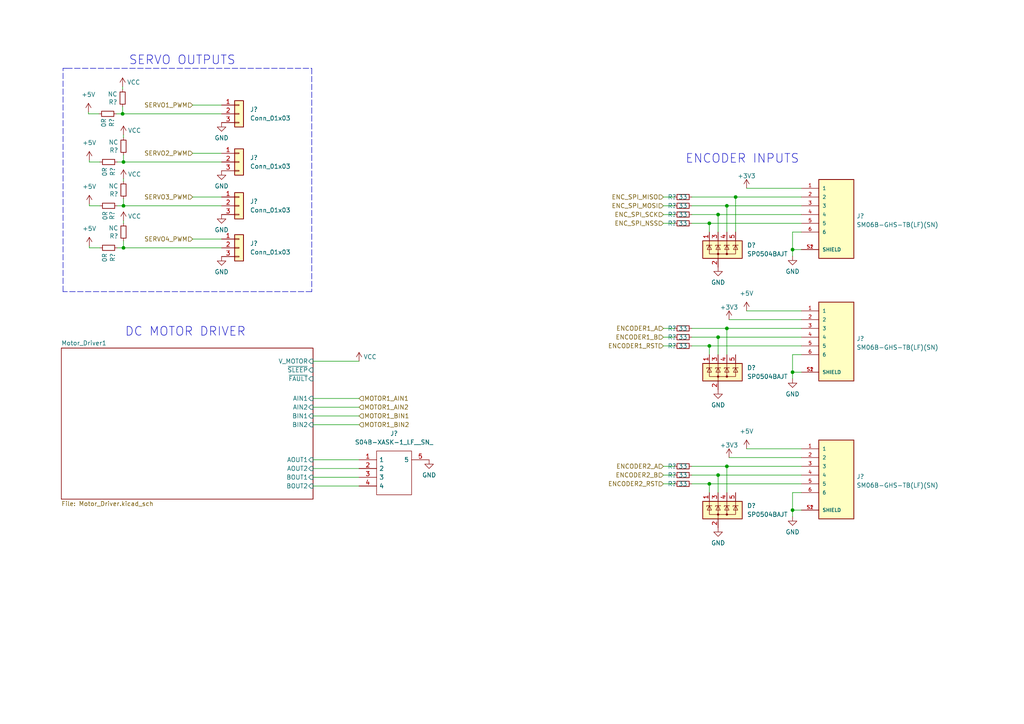
<source format=kicad_sch>
(kicad_sch (version 20211123) (generator eeschema)
  (paper "A4")
  (lib_symbols
    (symbol "Connector_Generic:Conn_01x03" (pin_names (offset 1.016) hide)
      (property "Reference" "J" (at 0 5.08 0))
      (property "Value" "Conn_01x03" (at 0 -5.08 0))
      (symbol "Conn_01x03_1_1"
        (rectangle (start -1.27 -2.413) (end 0 -2.667) (stroke (width 0.1524)))
        (rectangle (start -1.27 0.127) (end 0 -0.127) (stroke (width 0.1524)))
        (rectangle (start -1.27 2.667) (end 0 2.413) (stroke (width 0.1524)))
        (rectangle (start -1.27 3.81) (end 1.27 -3.81) (stroke (width 0.254)) (fill (type background)))
        (pin passive line (at -5.08 2.54 0) (length 3.81) (name "Pin_1") (number "1"))
        (pin passive line (at -5.08 0 0) (length 3.81) (name "Pin_2") (number "2"))
        (pin passive line (at -5.08 -2.54 0) (length 3.81) (name "Pin_3") (number "3"))
      )
    )
    (symbol "Device:R_Small" (pin_numbers hide) (pin_names (offset 0.254) hide)
      (property "Reference" "R" (at 0.762 0.508 0))
      (property "Value" "R_Small" (at 0.762 -1.016 0))
      (symbol "R_Small_0_1"
        (rectangle (start -0.762 1.778) (end 0.762 -1.778) (stroke (width 0.2032)))
      )
      (symbol "R_Small_1_1"
        (pin passive line (at 0 2.54 270) (length 0.762) (name "~") (number "1"))
        (pin passive line (at 0 -2.54 90) (length 0.762) (name "~") (number "2"))
      )
    )
    (symbol "Power_Protection:SP0504BAJT" (pin_names hide)
      (property "Reference" "D" (at 7.62 2.54 0))
      (property "Value" "SP0504BAJT" (at 7.62 0.635 0))
      (symbol "SP0504BAJT_0_0"
        (pin passive line (at 0 -5.08 90) (length 2.54) (name "A") (number "2"))
      )
      (symbol "SP0504BAJT_0_1"
        (rectangle (start -4.445 2.54) (end 6.985 -2.54) (stroke (width 0.254)) (fill (type background)))
        (circle (center 0 -1.27) (radius 0.254) (fill (type outline)))
        (polyline (pts (xy -2.54 2.54) (xy -2.54 1.27)))
        (polyline (pts (xy 0 -1.27) (xy 0 -2.54)))
        (polyline (pts (xy 0 -1.27) (xy 0 1.27)))
        (polyline (pts (xy 0 2.54) (xy 0 1.27)))
        (polyline (pts (xy 0.635 1.27) (xy 0.762 1.27)))
        (polyline (pts (xy 2.54 2.54) (xy 2.54 1.27)))
        (polyline (pts (xy 5.08 2.54) (xy 5.08 1.27)))
        (polyline (pts (xy 0.635 1.27) (xy -0.762 1.27) (xy -0.762 1.016)))
        (polyline (pts (xy 5.08 1.27) (xy 5.08 -1.27) (xy 2.54 -1.27)))
        (polyline (pts (xy -3.302 1.016) (xy -3.302 1.27) (xy -1.905 1.27) (xy -1.778 1.27)))
        (polyline (pts (xy -2.54 1.27) (xy -2.54 -1.27) (xy 2.54 -1.27) (xy 2.54 1.27)))
        (polyline (pts (xy -2.54 1.27) (xy -1.905 0) (xy -3.175 0) (xy -2.54 1.27)))
        (polyline (pts (xy 0.635 0) (xy -0.635 0) (xy 0 1.27) (xy 0.635 0)))
        (polyline (pts (xy 1.778 1.016) (xy 1.778 1.27) (xy 3.175 1.27) (xy 3.302 1.27)))
        (polyline (pts (xy 2.54 1.27) (xy 1.905 0) (xy 3.175 0) (xy 2.54 1.27)))
        (polyline (pts (xy 4.318 1.016) (xy 4.318 1.27) (xy 5.715 1.27) (xy 5.842 1.27)))
        (polyline (pts (xy 5.08 1.27) (xy 4.445 0) (xy 5.715 0) (xy 5.08 1.27)))
        (circle (center 2.54 -1.27) (radius 0.254) (fill (type outline)))
      )
      (symbol "SP0504BAJT_1_1"
        (pin passive line (at -2.54 5.08 270) (length 2.54) (name "K") (number "1"))
        (pin passive line (at 0 5.08 270) (length 2.54) (name "K") (number "3"))
        (pin passive line (at 2.54 5.08 270) (length 2.54) (name "K") (number "4"))
        (pin passive line (at 5.08 5.08 270) (length 2.54) (name "K") (number "5"))
      )
    )
    (symbol "S04B-XASK-1_LF__SN_:S04B-XASK-1_LF__SN_" (pin_names (offset 0.762))
      (property "Reference" "J" (at 16.51 7.62 0))
      (property "Value" "S04B-XASK-1_LF__SN_" (at 16.51 5.08 0))
      (symbol "S04B-XASK-1_LF__SN__0_0"
        (pin passive line (at 0 0 0) (length 5.08) (name "1") (number "1"))
        (pin passive line (at 0 -2.54 0) (length 5.08) (name "2") (number "2"))
        (pin passive line (at 0 -5.08 0) (length 5.08) (name "3") (number "3"))
        (pin passive line (at 0 -7.62 0) (length 5.08) (name "4") (number "4"))
        (pin passive line (at 20.32 0 180) (length 5.08) (name "5") (number "5"))
      )
      (symbol "S04B-XASK-1_LF__SN__0_1"
        (polyline (pts (xy 5.08 2.54) (xy 15.24 2.54) (xy 15.24 -10.16) (xy 5.08 -10.16) (xy 5.08 2.54)) (stroke (width 0.1524)))
      )
    )
    (symbol "SM06B-GHS-TB_LF__SN_:SM06B-GHS-TB(LF)(SN)" (pin_names (offset 1.016))
      (property "Reference" "J" (at -5.08 11.43 0))
      (property "Value" "SM06B-GHS-TB(LF)(SN)" (at -5.08 -15.24 0))
      (symbol "SM06B-GHS-TB(LF)(SN)_0_0"
        (rectangle (start -5.08 -12.7) (end 5.08 10.16) (stroke (width 0.254)) (fill (type background)))
        (pin passive line (at -10.16 7.62 0) (length 5.08) (name "1") (number "1"))
        (pin passive line (at -10.16 5.08 0) (length 5.08) (name "2") (number "2"))
        (pin passive line (at -10.16 2.54 0) (length 5.08) (name "3") (number "3"))
        (pin passive line (at -10.16 0 0) (length 5.08) (name "4") (number "4"))
        (pin passive line (at -10.16 -2.54 0) (length 5.08) (name "5") (number "5"))
        (pin passive line (at -10.16 -5.08 0) (length 5.08) (name "6") (number "6"))
        (pin passive line (at -10.16 -10.16 0) (length 5.08) (name "SHIELD") (number "S1"))
        (pin passive line (at -10.16 -10.16 0) (length 5.08) (name "SHIELD") (number "S2"))
      )
    )
    (symbol "power:+3.3V" (power) (pin_names (offset 0))
      (property "Value" "+3.3V" (at 0 3.556 0))
      (symbol "+3.3V_0_1"
        (polyline (pts (xy -0.762 1.27) (xy 0 2.54)))
        (polyline (pts (xy 0 0) (xy 0 2.54)))
        (polyline (pts (xy 0 2.54) (xy 0.762 1.27)))
      )
      (symbol "+3.3V_1_1"
        (pin power_in line (at 0 0 90) (length 0) hide (name "+3V3") (number "1"))
      )
    )
    (symbol "power:+5V" (power) (pin_names (offset 0))
      (property "Value" "+5V" (at 0 3.556 0))
      (symbol "+5V_0_1"
        (polyline (pts (xy -0.762 1.27) (xy 0 2.54)))
        (polyline (pts (xy 0 0) (xy 0 2.54)))
        (polyline (pts (xy 0 2.54) (xy 0.762 1.27)))
      )
      (symbol "+5V_1_1"
        (pin power_in line (at 0 0 90) (length 0) hide (name "+5V") (number "1"))
      )
    )
    (symbol "power:GND" (power) (pin_names (offset 0))
      (property "Value" "GND" (at 0 -3.81 0))
      (symbol "GND_0_1"
        (polyline (pts (xy 0 0) (xy 0 -1.27) (xy 1.27 -1.27) (xy 0 -2.54) (xy -1.27 -1.27) (xy 0 -1.27)))
      )
      (symbol "GND_1_1"
        (pin power_in line (at 0 0 270) (length 0) hide (name "GND") (number "1"))
      )
    )
    (symbol "power:VCC" (power) (pin_names (offset 0))
      (property "Value" "VCC" (at 0 3.81 0))
      (symbol "VCC_0_1"
        (polyline (pts (xy -0.762 1.27) (xy 0 2.54)))
        (polyline (pts (xy 0 0) (xy 0 2.54)))
        (polyline (pts (xy 0 2.54) (xy 0.762 1.27)))
      )
      (symbol "VCC_1_1"
        (pin power_in line (at 0 0 90) (length 0) hide (name "VCC") (number "1"))
      )
    )
  )
  (junction (at 229.87 147.955))
  (junction (at 229.87 72.39))
  (junction (at 205.74 64.77))
  (junction (at 210.82 59.69))
  (junction (at 208.28 137.795))
  (junction (at 35.814 46.99))
  (junction (at 208.28 62.23))
  (junction (at 229.87 107.95))
  (junction (at 205.74 100.33))
  (junction (at 213.36 57.15))
  (junction (at 208.28 97.79))
  (junction (at 35.56 33.02))
  (junction (at 35.814 71.882))
  (junction (at 210.82 95.25))
  (junction (at 205.74 140.335))
  (junction (at 210.82 135.255))
  (junction (at 35.814 59.69))
  (wire (pts (xy 35.814 39.116) (xy 35.814 39.878)))
  (wire (pts (xy 216.535 90.17) (xy 232.41 90.17)))
  (wire (pts (xy 192.405 64.77) (xy 195.58 64.77)))
  (wire (pts (xy 200.66 57.15) (xy 213.36 57.15)))
  (wire (pts (xy 200.66 135.255) (xy 210.82 135.255)))
  (wire (pts (xy 192.405 140.335) (xy 195.58 140.335)))
  (wire (pts (xy 210.82 59.69) (xy 232.41 59.69)))
  (wire (pts (xy 90.805 138.43) (xy 104.14 138.43)))
  (wire (pts (xy 25.654 32.512) (xy 25.654 33.02)))
  (wire (pts (xy 25.654 33.02) (xy 28.702 33.02)))
  (wire (pts (xy 211.455 132.715) (xy 232.41 132.715)))
  (wire (pts (xy 90.805 120.65) (xy 104.14 120.65)))
  (wire (pts (xy 208.28 137.795) (xy 232.41 137.795)))
  (wire (pts (xy 35.56 33.02) (xy 64.262 33.02)))
  (wire (pts (xy 205.74 140.335) (xy 232.41 140.335)))
  (wire (pts (xy 232.41 142.875) (xy 229.87 142.875)))
  (wire (pts (xy 229.87 142.875) (xy 229.87 147.955)))
  (wire (pts (xy 229.87 147.955) (xy 229.87 149.86)))
  (wire (pts (xy 90.805 115.57) (xy 104.14 115.57)))
  (wire (pts (xy 192.405 95.25) (xy 195.58 95.25)))
  (wire (pts (xy 55.88 44.45) (xy 64.262 44.45)))
  (wire (pts (xy 35.814 46.99) (xy 64.262 46.99)))
  (wire (pts (xy 25.908 71.374) (xy 25.908 71.882)))
  (wire (pts (xy 200.66 100.33) (xy 205.74 100.33)))
  (wire (pts (xy 210.82 95.25) (xy 232.41 95.25)))
  (wire (pts (xy 200.66 95.25) (xy 210.82 95.25)))
  (wire (pts (xy 210.82 95.25) (xy 210.82 102.87)))
  (wire (pts (xy 211.455 92.71) (xy 232.41 92.71)))
  (wire (pts (xy 229.87 67.31) (xy 229.87 72.39)))
  (wire (pts (xy 25.908 46.99) (xy 28.956 46.99)))
  (wire (pts (xy 208.28 97.79) (xy 208.28 102.87)))
  (wire (pts (xy 192.405 100.33) (xy 195.58 100.33)))
  (wire (pts (xy 229.87 72.39) (xy 229.87 74.295)))
  (wire (pts (xy 25.908 59.69) (xy 28.956 59.69)))
  (wire (pts (xy 33.782 33.02) (xy 35.56 33.02)))
  (wire (pts (xy 205.74 64.77) (xy 205.74 67.31)))
  (wire (pts (xy 216.535 130.175) (xy 232.41 130.175)))
  (wire (pts (xy 229.87 107.95) (xy 229.87 109.855)))
  (wire (pts (xy 55.88 30.48) (xy 64.262 30.48)))
  (wire (pts (xy 35.814 51.816) (xy 35.814 52.578)))
  (wire (pts (xy 192.405 59.69) (xy 195.58 59.69)))
  (wire (pts (xy 213.36 57.15) (xy 213.36 67.31)))
  (wire (pts (xy 200.66 64.77) (xy 205.74 64.77)))
  (wire (pts (xy 192.405 135.255) (xy 195.58 135.255)))
  (wire (pts (xy 216.535 54.61) (xy 232.41 54.61)))
  (wire (pts (xy 25.908 46.482) (xy 25.908 46.99)))
  (wire (pts (xy 210.82 59.69) (xy 210.82 67.31)))
  (wire (pts (xy 34.036 46.99) (xy 35.814 46.99)))
  (polyline (pts (xy 18.288 19.812) (xy 19.304 19.812)))
  (wire (pts (xy 192.405 137.795) (xy 195.58 137.795)))
  (wire (pts (xy 35.814 71.882) (xy 64.262 71.882)))
  (wire (pts (xy 55.88 69.342) (xy 64.262 69.342)))
  (wire (pts (xy 210.82 135.255) (xy 210.82 142.875)))
  (wire (pts (xy 35.814 57.658) (xy 35.814 59.69)))
  (wire (pts (xy 90.805 133.35) (xy 104.14 133.35)))
  (wire (pts (xy 229.87 147.955) (xy 232.41 147.955)))
  (wire (pts (xy 229.87 107.95) (xy 232.41 107.95)))
  (wire (pts (xy 90.805 140.97) (xy 104.14 140.97)))
  (wire (pts (xy 205.74 100.33) (xy 205.74 102.87)))
  (wire (pts (xy 208.28 97.79) (xy 232.41 97.79)))
  (wire (pts (xy 192.405 57.15) (xy 195.58 57.15)))
  (wire (pts (xy 34.036 59.69) (xy 35.814 59.69)))
  (wire (pts (xy 200.66 59.69) (xy 210.82 59.69)))
  (wire (pts (xy 208.28 137.795) (xy 208.28 142.875)))
  (polyline (pts (xy 18.288 84.582) (xy 18.288 19.812)))
  (polyline (pts (xy 90.424 84.582) (xy 18.288 84.582)))
  (wire (pts (xy 35.814 44.958) (xy 35.814 46.99)))
  (polyline (pts (xy 90.424 19.812) (xy 90.424 84.582)))
  (wire (pts (xy 208.28 62.23) (xy 208.28 67.31)))
  (wire (pts (xy 90.805 135.89) (xy 104.14 135.89)))
  (wire (pts (xy 200.66 140.335) (xy 205.74 140.335)))
  (wire (pts (xy 192.405 62.23) (xy 195.58 62.23)))
  (wire (pts (xy 232.41 67.31) (xy 229.87 67.31)))
  (wire (pts (xy 55.88 57.15) (xy 64.262 57.15)))
  (wire (pts (xy 192.405 97.79) (xy 195.58 97.79)))
  (wire (pts (xy 25.908 59.182) (xy 25.908 59.69)))
  (wire (pts (xy 34.036 71.882) (xy 35.814 71.882)))
  (wire (pts (xy 35.814 64.008) (xy 35.814 64.77)))
  (wire (pts (xy 35.814 59.69) (xy 64.262 59.69)))
  (wire (pts (xy 90.805 104.775) (xy 104.14 104.775)))
  (wire (pts (xy 208.28 62.23) (xy 232.41 62.23)))
  (wire (pts (xy 229.87 72.39) (xy 232.41 72.39)))
  (wire (pts (xy 213.36 57.15) (xy 232.41 57.15)))
  (wire (pts (xy 35.814 69.85) (xy 35.814 71.882)))
  (wire (pts (xy 205.74 64.77) (xy 232.41 64.77)))
  (wire (pts (xy 200.66 137.795) (xy 208.28 137.795)))
  (wire (pts (xy 35.56 25.146) (xy 35.56 25.908)))
  (wire (pts (xy 210.82 135.255) (xy 232.41 135.255)))
  (wire (pts (xy 25.908 71.882) (xy 28.956 71.882)))
  (wire (pts (xy 200.66 97.79) (xy 208.28 97.79)))
  (wire (pts (xy 205.74 100.33) (xy 232.41 100.33)))
  (wire (pts (xy 35.56 30.988) (xy 35.56 33.02)))
  (wire (pts (xy 90.805 123.19) (xy 104.14 123.19)))
  (wire (pts (xy 205.74 140.335) (xy 205.74 142.875)))
  (wire (pts (xy 229.87 102.87) (xy 229.87 107.95)))
  (wire (pts (xy 90.805 118.11) (xy 104.14 118.11)))
  (polyline (pts (xy 19.304 19.812) (xy 90.424 19.812)))
  (wire (pts (xy 232.41 102.87) (xy 229.87 102.87)))
  (wire (pts (xy 200.66 62.23) (xy 208.28 62.23)))
  (text "DC MOTOR DRIVER" (at 36.195 97.79 0) (effects (font (size 2.54 2.54)) (justify left bottom)))
  (text "ENCODER INPUTS" (at 198.755 47.625 0) (effects (font (size 2.54 2.54)) (justify left bottom)))
  (text "SERVO OUTPUTS" (at 37.338 19.05 0) (effects (font (size 2.54 2.54)) (justify left bottom)))
  (hierarchical_label "MOTOR1_AIN2" (shape input) (at 104.14 118.11 0))
  (hierarchical_label "ENC_SPI_SCK" (shape input) (at 192.405 62.23 180))
  (hierarchical_label "ENCODER2_A" (shape input) (at 192.405 135.255 180))
  (hierarchical_label "SERVO4_PWM" (shape input) (at 55.88 69.342 180))
  (hierarchical_label "MOTOR1_AIN1" (shape input) (at 104.14 115.57 0))
  (hierarchical_label "ENCODER1_A" (shape input) (at 192.405 95.25 180))
  (hierarchical_label "SERVO1_PWM" (shape input) (at 55.88 30.48 180))
  (hierarchical_label "ENC_SPI_MOSI" (shape input) (at 192.405 59.69 180))
  (hierarchical_label "ENCODER1_RST" (shape input) (at 192.405 100.33 180))
  (hierarchical_label "ENC_SPI_NSS" (shape input) (at 192.405 64.77 180))
  (hierarchical_label "ENCODER2_RST" (shape input) (at 192.405 140.335 180))
  (hierarchical_label "MOTOR1_BIN2" (shape input) (at 104.14 123.19 0))
  (hierarchical_label "ENC_SPI_MISO" (shape input) (at 192.405 57.15 180))
  (hierarchical_label "MOTOR1_BIN1" (shape input) (at 104.14 120.65 0))
  (hierarchical_label "SERVO2_PWM" (shape input) (at 55.88 44.45 180))
  (hierarchical_label "ENCODER2_B" (shape input) (at 192.405 137.795 180))
  (hierarchical_label "SERVO3_PWM" (shape input) (at 55.88 57.15 180))
  (hierarchical_label "ENCODER1_B" (shape input) (at 192.405 97.79 180))
  (symbol (lib_id "Device:R_Small") (at 31.242 33.02 270) (unit 1)
    (property "Reference" "R?" (at 32.4104 34.2646 0) (effects (justify left)))
    (property "Value" "0R" (at 30.099 34.2646 0) (effects (justify left)))
    (property "Footprint" "Resistor_SMD:R_0603_1608Metric" (effects hide))
    (property "LCSC#" "C105579" (effects hide))
  )
  (symbol (lib_id "Connector_Generic:Conn_01x03") (at 69.342 71.882 0) (unit 1)
    (property "Reference" "J?" (at 72.517 70.6119 0) (effects (justify left)))
    (property "Value" "Conn_01x03" (at 72.517 73.1519 0) (effects (justify left)))
  )
  (symbol (lib_id "power:GND") (at 229.87 74.295 0) (unit 1)
    (property "Reference" "#PWR?" (effects hide))
    (property "Value" "GND" (at 229.87 78.7384 0))
  )
  (symbol (lib_id "Device:R_Small") (at 198.12 140.335 270) (unit 1)
    (property "Reference" "R?" (at 196.215 140.335 90) (effects (justify right)))
    (property "Value" "33" (at 199.39 140.335 90) (effects (justify right)))
    (property "Footprint" "Resistor_SMD:R_0603_1608Metric_Pad0.98x0.95mm_HandSolder" (effects hide))
  )
  (symbol (lib_id "SM06B-GHS-TB_LF__SN_:SM06B-GHS-TB(LF)(SN)") (at 242.57 62.23 0) (unit 1)
    (property "Reference" "J?" (at 248.412 62.6653 0) (effects (justify left)))
    (property "Value" "SM06B-GHS-TB(LF)(SN)" (at 248.412 65.2022 0) (effects (justify left)))
    (property "Footprint" "Footprints:JST_SM06B-GHS-TB(LF)(SN)" (effects hide))
    (property "PARTREV" "N/A" (effects hide))
    (property "STANDARD" "Manufacturer Recommendations" (effects hide))
    (property "MAXIMUM_PACKAGE_HEIGHT" "4.25mm" (effects hide))
    (property "MANUFACTURER" "JST" (effects hide))
  )
  (symbol (lib_id "Power_Protection:SP0504BAJT") (at 208.28 147.955 0) (unit 1)
    (property "Reference" "D?" (at 216.662 146.6849 0) (effects (justify left)))
    (property "Value" "SP0504BAJT" (at 216.662 149.2249 0) (effects (justify left)))
    (property "Footprint" "Package_TO_SOT_SMD:SOT-353_SC-70-5" (effects hide))
    (property "Datasheet" "http://www.littelfuse.com/~/media/files/littelfuse/technical%20resources/documents/data%20sheets/sp05xxba.pdf" (effects hide))
    (property "LCSC#" "C5116451" (effects hide))
  )
  (symbol (lib_id "Device:R_Small") (at 35.814 42.418 180) (unit 1)
    (property "Reference" "R?" (at 34.3154 43.5864 0) (effects (justify left)))
    (property "Value" "NC" (at 34.3154 41.275 0) (effects (justify left)))
    (property "Footprint" "Resistor_SMD:R_0603_1608Metric" (effects hide))
    (property "LCSC#" "C105579" (effects hide))
  )
  (symbol (lib_id "power:VCC") (at 35.814 64.008 0) (unit 1)
    (property "Reference" "#PWR?" (effects hide))
    (property "Value" "VCC" (at 37.084 62.738 0) (effects (justify left)))
  )
  (symbol (lib_id "power:VCC") (at 104.14 104.775 0) (unit 1)
    (property "Reference" "#PWR?" (effects hide))
    (property "Value" "VCC" (at 105.41 103.505 0) (effects (justify left)))
  )
  (symbol (lib_id "Power_Protection:SP0504BAJT") (at 208.28 107.95 0) (unit 1)
    (property "Reference" "D?" (at 216.662 106.6799 0) (effects (justify left)))
    (property "Value" "SP0504BAJT" (at 216.662 109.2199 0) (effects (justify left)))
    (property "Footprint" "Package_TO_SOT_SMD:SOT-353_SC-70-5" (effects hide))
    (property "Datasheet" "http://www.littelfuse.com/~/media/files/littelfuse/technical%20resources/documents/data%20sheets/sp05xxba.pdf" (effects hide))
    (property "LCSC#" "C5116451" (effects hide))
  )
  (symbol (lib_id "power:GND") (at 64.262 62.23 0) (unit 1)
    (property "Reference" "#PWR?" (effects hide))
    (property "Value" "GND" (at 64.262 66.675 0))
  )
  (symbol (lib_id "power:GND") (at 229.87 149.86 0) (unit 1)
    (property "Reference" "#PWR?" (effects hide))
    (property "Value" "GND" (at 229.87 154.3034 0))
  )
  (symbol (lib_id "power:GND") (at 64.262 35.56 0) (unit 1)
    (property "Reference" "#PWR?" (effects hide))
    (property "Value" "GND" (at 64.262 40.0034 0))
  )
  (symbol (lib_id "SM06B-GHS-TB_LF__SN_:SM06B-GHS-TB(LF)(SN)") (at 242.57 137.795 0) (unit 1)
    (property "Reference" "J?" (at 248.412 138.2303 0) (effects (justify left)))
    (property "Value" "SM06B-GHS-TB(LF)(SN)" (at 248.412 140.7672 0) (effects (justify left)))
    (property "Footprint" "Footprints:JST_SM06B-GHS-TB(LF)(SN)" (effects hide))
    (property "PARTREV" "N/A" (effects hide))
    (property "STANDARD" "Manufacturer Recommendations" (effects hide))
    (property "MAXIMUM_PACKAGE_HEIGHT" "4.25mm" (effects hide))
    (property "MANUFACTURER" "JST" (effects hide))
  )
  (symbol (lib_id "Connector_Generic:Conn_01x03") (at 69.342 59.69 0) (unit 1)
    (property "Reference" "J?" (at 72.517 58.4199 0) (effects (justify left)))
    (property "Value" "Conn_01x03" (at 72.517 60.9599 0) (effects (justify left)))
  )
  (symbol (lib_id "Device:R_Small") (at 35.56 28.448 180) (unit 1)
    (property "Reference" "R?" (at 34.0614 29.6164 0) (effects (justify left)))
    (property "Value" "NC" (at 34.0614 27.305 0) (effects (justify left)))
    (property "Footprint" "Resistor_SMD:R_0603_1608Metric" (effects hide))
    (property "LCSC#" "C105579" (effects hide))
  )
  (symbol (lib_id "Device:R_Small") (at 31.496 46.99 270) (unit 1)
    (property "Reference" "R?" (at 32.6644 48.4886 0) (effects (justify left)))
    (property "Value" "0R" (at 30.353 48.4886 0) (effects (justify left)))
    (property "Footprint" "Resistor_SMD:R_0603_1608Metric" (effects hide))
    (property "LCSC#" "C105579" (effects hide))
  )
  (symbol (lib_id "Connector_Generic:Conn_01x03") (at 69.342 33.02 0) (unit 1)
    (property "Reference" "J?" (at 72.517 31.7499 0) (effects (justify left)))
    (property "Value" "Conn_01x03" (at 72.517 34.2899 0) (effects (justify left)))
  )
  (symbol (lib_id "Device:R_Small") (at 198.12 59.69 270) (unit 1)
    (property "Reference" "R?" (at 196.215 59.69 90) (effects (justify right)))
    (property "Value" "33" (at 199.39 59.69 90) (effects (justify right)))
    (property "Footprint" "Resistor_SMD:R_0603_1608Metric_Pad0.98x0.95mm_HandSolder" (effects hide))
  )
  (symbol (lib_id "Device:R_Small") (at 35.814 67.31 180) (unit 1)
    (property "Reference" "R?" (at 34.3154 68.4784 0) (effects (justify left)))
    (property "Value" "NC" (at 34.3154 66.167 0) (effects (justify left)))
    (property "Footprint" "Resistor_SMD:R_0603_1608Metric" (effects hide))
    (property "LCSC#" "C105579" (effects hide))
  )
  (symbol (lib_id "power:+5V") (at 25.908 59.182 0) (unit 1)
    (property "Reference" "#PWR?" (effects hide))
    (property "Value" "+5V" (at 25.908 54.102 0))
  )
  (symbol (lib_id "power:GND") (at 229.87 109.855 0) (unit 1)
    (property "Reference" "#PWR?" (effects hide))
    (property "Value" "GND" (at 229.87 114.2984 0))
  )
  (symbol (lib_id "Device:R_Small") (at 198.12 137.795 270) (unit 1)
    (property "Reference" "R?" (at 196.215 137.795 90) (effects (justify right)))
    (property "Value" "33" (at 199.39 137.795 90) (effects (justify right)))
    (property "Footprint" "Resistor_SMD:R_0603_1608Metric_Pad0.98x0.95mm_HandSolder" (effects hide))
  )
  (symbol (lib_id "Device:R_Small") (at 31.496 59.69 270) (unit 1)
    (property "Reference" "R?" (at 32.512 61.214 0) (effects (justify left)))
    (property "Value" "0R" (at 30.48 61.214 0) (effects (justify left)))
    (property "Footprint" "Resistor_SMD:R_0603_1608Metric" (effects hide))
    (property "LCSC#" "C105579" (effects hide))
  )
  (symbol (lib_id "Device:R_Small") (at 198.12 135.255 270) (unit 1)
    (property "Reference" "R?" (at 196.215 135.255 90) (effects (justify right)))
    (property "Value" "33" (at 199.39 135.255 90) (effects (justify right)))
    (property "Footprint" "Resistor_SMD:R_0603_1608Metric_Pad0.98x0.95mm_HandSolder" (effects hide))
  )
  (symbol (lib_id "power:GND") (at 208.28 77.47 0) (unit 1)
    (property "Reference" "#PWR?" (effects hide))
    (property "Value" "GND" (at 208.28 81.9134 0))
  )
  (symbol (lib_id "Device:R_Small") (at 198.12 100.33 270) (unit 1)
    (property "Reference" "R?" (at 196.215 100.33 90) (effects (justify right)))
    (property "Value" "33" (at 199.39 100.33 90) (effects (justify right)))
    (property "Footprint" "Resistor_SMD:R_0603_1608Metric_Pad0.98x0.95mm_HandSolder" (effects hide))
  )
  (symbol (lib_id "SM06B-GHS-TB_LF__SN_:SM06B-GHS-TB(LF)(SN)") (at 242.57 97.79 0) (unit 1)
    (property "Reference" "J?" (at 248.412 98.2253 0) (effects (justify left)))
    (property "Value" "SM06B-GHS-TB(LF)(SN)" (at 248.412 100.7622 0) (effects (justify left)))
    (property "Footprint" "Footprints:JST_SM06B-GHS-TB(LF)(SN)" (effects hide))
    (property "PARTREV" "N/A" (effects hide))
    (property "STANDARD" "Manufacturer Recommendations" (effects hide))
    (property "MAXIMUM_PACKAGE_HEIGHT" "4.25mm" (effects hide))
    (property "MANUFACTURER" "JST" (effects hide))
  )
  (symbol (lib_id "power:+3.3V") (at 211.455 132.715 0) (unit 1)
    (property "Reference" "#PWR?" (effects hide))
    (property "Value" "+3.3V" (at 211.455 129.1392 0))
  )
  (symbol (lib_id "power:VCC") (at 35.56 25.146 0) (unit 1)
    (property "Reference" "#PWR?" (effects hide))
    (property "Value" "VCC" (at 36.83 23.876 0) (effects (justify left)))
  )
  (symbol (lib_id "power:+5V") (at 25.908 71.374 0) (unit 1)
    (property "Reference" "#PWR?" (effects hide))
    (property "Value" "+5V" (at 25.908 66.294 0))
  )
  (symbol (lib_id "Device:R_Small") (at 198.12 57.15 270) (unit 1)
    (property "Reference" "R?" (at 196.215 57.15 90) (effects (justify right)))
    (property "Value" "33" (at 199.39 57.15 90) (effects (justify right)))
    (property "Footprint" "Resistor_SMD:R_0603_1608Metric_Pad0.98x0.95mm_HandSolder" (effects hide))
  )
  (symbol (lib_id "power:+3.3V") (at 211.455 92.71 0) (unit 1)
    (property "Reference" "#PWR?" (effects hide))
    (property "Value" "+3.3V" (at 211.455 89.1342 0))
  )
  (symbol (lib_id "power:GND") (at 64.262 74.422 0) (unit 1)
    (property "Reference" "#PWR?" (effects hide))
    (property "Value" "GND" (at 64.262 78.8654 0))
  )
  (symbol (lib_id "power:GND") (at 208.28 113.03 0) (unit 1)
    (property "Reference" "#PWR?" (effects hide))
    (property "Value" "GND" (at 208.28 117.4734 0))
  )
  (symbol (lib_id "power:VCC") (at 35.814 51.816 0) (unit 1)
    (property "Reference" "#PWR?" (effects hide))
    (property "Value" "VCC" (at 37.084 50.546 0) (effects (justify left)))
  )
  (symbol (lib_id "Device:R_Small") (at 35.814 55.118 180) (unit 1)
    (property "Reference" "R?" (at 34.3154 56.2864 0) (effects (justify left)))
    (property "Value" "NC" (at 34.3154 53.975 0) (effects (justify left)))
    (property "Footprint" "Resistor_SMD:R_0603_1608Metric" (effects hide))
    (property "LCSC#" "C105579" (effects hide))
  )
  (symbol (lib_id "power:+3.3V") (at 216.535 54.61 0) (unit 1)
    (property "Reference" "#PWR?" (effects hide))
    (property "Value" "+3.3V" (at 216.535 51.0342 0))
  )
  (symbol (lib_id "Connector_Generic:Conn_01x03") (at 69.342 46.99 0) (unit 1)
    (property "Reference" "J?" (at 72.517 45.7199 0) (effects (justify left)))
    (property "Value" "Conn_01x03" (at 72.517 48.2599 0) (effects (justify left)))
  )
  (symbol (lib_id "power:+5V") (at 25.654 32.512 0) (unit 1)
    (property "Reference" "#PWR?" (effects hide))
    (property "Value" "+5V" (at 25.654 27.432 0))
  )
  (symbol (lib_id "S04B-XASK-1_LF__SN_:S04B-XASK-1_LF__SN_") (at 104.14 133.35 0) (unit 1)
    (property "Reference" "J?" (at 114.3 125.73 0))
    (property "Value" "S04B-XASK-1_LF__SN_" (at 114.3 128.27 0))
    (property "Footprint" "S04BXASK1LFSN" (effects hide))
    (property "Datasheet" "http://www.jst-mfg.com/product/pdf/eng/eXA1.pdf" (effects hide))
    (property "Description" "JST (JAPAN SOLDERLESS TERMINALS) - S04B-XASK-1(LF)(SN) - HEADER, 90DEG, 4WAY" (effects hide))
    (property "Height" "7" (effects hide))
    (property "Manufacturer_Name" "JST (JAPAN SOLDERLESS TERMINALS)" (effects hide))
    (property "Manufacturer_Part_Number" "S04B-XASK-1(LF)(SN)" (effects hide))
    (property "Arrow Part Number" "S04B-XASK-1(LF)(SN)" (effects hide))
    (property "Arrow Price/Stock" "https://www.arrow.com/en/products/s04b-xask-1-lf-sn/jst-manufacturing" (effects hide))
  )
  (symbol (lib_id "power:+5V") (at 216.535 130.175 0) (unit 1)
    (property "Reference" "#PWR?" (effects hide))
    (property "Value" "+5V" (at 216.535 125.095 0))
  )
  (symbol (lib_id "Device:R_Small") (at 31.496 71.882 270) (unit 1)
    (property "Reference" "R?" (at 32.6644 73.3806 0) (effects (justify left)))
    (property "Value" "0R" (at 30.353 73.3806 0) (effects (justify left)))
    (property "Footprint" "Resistor_SMD:R_0603_1608Metric" (effects hide))
    (property "LCSC#" "C105579" (effects hide))
  )
  (symbol (lib_id "power:+5V") (at 25.908 46.482 0) (unit 1)
    (property "Reference" "#PWR?" (effects hide))
    (property "Value" "+5V" (at 25.908 41.402 0))
  )
  (symbol (lib_id "Device:R_Small") (at 198.12 62.23 270) (unit 1)
    (property "Reference" "R?" (at 196.215 62.23 90) (effects (justify right)))
    (property "Value" "33" (at 199.39 62.23 90) (effects (justify right)))
    (property "Footprint" "Resistor_SMD:R_0603_1608Metric_Pad0.98x0.95mm_HandSolder" (effects hide))
  )
  (symbol (lib_id "Device:R_Small") (at 198.12 64.77 270) (unit 1)
    (property "Reference" "R?" (at 196.215 64.77 90) (effects (justify right)))
    (property "Value" "33" (at 199.39 64.77 90) (effects (justify right)))
    (property "Footprint" "Resistor_SMD:R_0603_1608Metric_Pad0.98x0.95mm_HandSolder" (effects hide))
  )
  (symbol (lib_id "power:GND") (at 64.262 49.53 0) (unit 1)
    (property "Reference" "#PWR?" (effects hide))
    (property "Value" "GND" (at 64.262 53.975 0))
  )
  (symbol (lib_id "power:GND") (at 208.28 153.035 0) (unit 1)
    (property "Reference" "#PWR?" (effects hide))
    (property "Value" "GND" (at 208.28 157.4784 0))
  )
  (symbol (lib_id "Device:R_Small") (at 198.12 97.79 270) (unit 1)
    (property "Reference" "R?" (at 196.215 97.79 90) (effects (justify right)))
    (property "Value" "33" (at 199.39 97.79 90) (effects (justify right)))
    (property "Footprint" "Resistor_SMD:R_0603_1608Metric_Pad0.98x0.95mm_HandSolder" (effects hide))
  )
  (symbol (lib_id "Power_Protection:SP0504BAJT") (at 208.28 72.39 0) (unit 1)
    (property "Reference" "D?" (at 216.662 71.1199 0) (effects (justify left)))
    (property "Value" "SP0504BAJT" (at 216.662 73.6599 0) (effects (justify left)))
    (property "Footprint" "Package_TO_SOT_SMD:SOT-353_SC-70-5" (effects hide))
    (property "Datasheet" "http://www.littelfuse.com/~/media/files/littelfuse/technical%20resources/documents/data%20sheets/sp05xxba.pdf" (effects hide))
    (property "LCSC#" "C5116451" (effects hide))
  )
  (symbol (lib_id "Device:R_Small") (at 198.12 95.25 270) (unit 1)
    (property "Reference" "R?" (at 196.215 95.25 90) (effects (justify right)))
    (property "Value" "33" (at 199.39 95.25 90) (effects (justify right)))
    (property "Footprint" "Resistor_SMD:R_0603_1608Metric_Pad0.98x0.95mm_HandSolder" (effects hide))
  )
  (symbol (lib_id "power:GND") (at 124.46 133.35 0) (unit 1)
    (property "Reference" "#PWR?" (effects hide))
    (property "Value" "GND" (at 124.46 137.7934 0))
  )
  (symbol (lib_id "power:+5V") (at 216.535 90.17 0) (unit 1)
    (property "Reference" "#PWR?" (effects hide))
    (property "Value" "+5V" (at 216.535 85.09 0))
  )
  (symbol (lib_id "power:VCC") (at 35.814 39.116 0) (unit 1)
    (property "Reference" "#PWR?" (effects hide))
    (property "Value" "VCC" (at 37.084 37.846 0) (effects (justify left)))
  )
  (sheet (at 17.78 100.965) (size 73.025 43.815) (stroke (width 0.1524))
    (property "Sheet name" "Motor_Driver1" (at 17.78 100.2534 0) (effects (justify left bottom)))
    (property "Sheet file" "Motor_Driver.kicad_sch" (at 17.78 145.3646 0) (effects (justify left top)))
    (pin "V_MOTOR" input (at 90.805 104.775 0))
    (pin "~{FAULT}" input (at 90.805 109.855 0))
    (pin "AOUT1" input (at 90.805 133.35 0))
    (pin "BOUT1" input (at 90.805 138.43 0))
    (pin "AOUT2" input (at 90.805 135.89 0))
    (pin "BOUT2" input (at 90.805 140.97 0))
    (pin "AIN1" input (at 90.805 115.57 0))
    (pin "BIN1" input (at 90.805 120.65 0))
    (pin "AIN2" input (at 90.805 118.11 0))
    (pin "BIN2" input (at 90.805 123.19 0))
    (pin "~{SLEEP}" input (at 90.805 107.315 0))
  )
)
</source>
